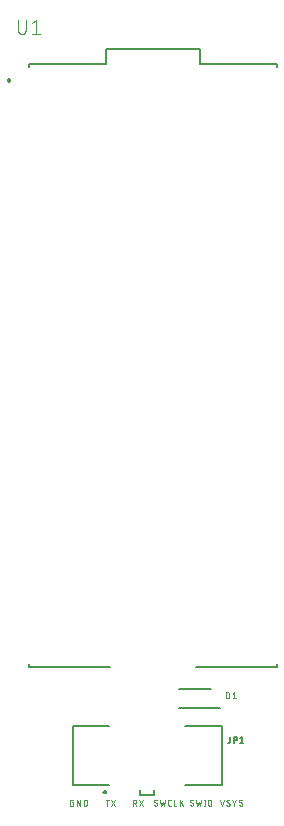
<source format=gto>
G04 EAGLE Gerber RS-274X export*
G75*
%MOMM*%
%FSLAX34Y34*%
%LPD*%
%INTop Silkscreen*%
%IPPOS*%
%AMOC8*
5,1,8,0,0,1.08239X$1,22.5*%
G01*
%ADD10C,0.101600*%
%ADD11C,0.203200*%
%ADD12C,0.127000*%
%ADD13C,0.200000*%


D10*
X183388Y127508D02*
X185081Y122428D01*
X186775Y127508D01*
X191796Y123557D02*
X191794Y123491D01*
X191788Y123426D01*
X191779Y123361D01*
X191766Y123297D01*
X191749Y123233D01*
X191728Y123171D01*
X191704Y123110D01*
X191676Y123050D01*
X191645Y122993D01*
X191610Y122937D01*
X191573Y122883D01*
X191532Y122831D01*
X191488Y122782D01*
X191442Y122736D01*
X191393Y122692D01*
X191341Y122651D01*
X191287Y122614D01*
X191232Y122579D01*
X191174Y122548D01*
X191114Y122520D01*
X191053Y122496D01*
X190991Y122475D01*
X190927Y122458D01*
X190863Y122445D01*
X190798Y122436D01*
X190733Y122430D01*
X190667Y122428D01*
X190573Y122430D01*
X190479Y122435D01*
X190385Y122445D01*
X190292Y122458D01*
X190199Y122474D01*
X190107Y122495D01*
X190016Y122518D01*
X189926Y122546D01*
X189837Y122577D01*
X189750Y122611D01*
X189664Y122649D01*
X189579Y122691D01*
X189496Y122735D01*
X189415Y122783D01*
X189336Y122834D01*
X189259Y122888D01*
X189184Y122945D01*
X189111Y123005D01*
X189041Y123068D01*
X188974Y123134D01*
X189115Y126379D02*
X189117Y126445D01*
X189123Y126510D01*
X189132Y126575D01*
X189145Y126639D01*
X189162Y126703D01*
X189183Y126765D01*
X189207Y126826D01*
X189235Y126886D01*
X189266Y126944D01*
X189301Y126999D01*
X189338Y127053D01*
X189379Y127105D01*
X189423Y127154D01*
X189469Y127200D01*
X189518Y127244D01*
X189570Y127285D01*
X189624Y127322D01*
X189680Y127357D01*
X189737Y127388D01*
X189797Y127416D01*
X189858Y127440D01*
X189920Y127461D01*
X189984Y127478D01*
X190048Y127491D01*
X190113Y127500D01*
X190178Y127506D01*
X190244Y127508D01*
X190335Y127506D01*
X190425Y127500D01*
X190516Y127490D01*
X190606Y127477D01*
X190695Y127459D01*
X190783Y127438D01*
X190870Y127413D01*
X190956Y127385D01*
X191041Y127352D01*
X191125Y127316D01*
X191206Y127277D01*
X191286Y127234D01*
X191364Y127187D01*
X191440Y127138D01*
X191514Y127085D01*
X189679Y125391D02*
X189623Y125426D01*
X189569Y125464D01*
X189517Y125506D01*
X189468Y125550D01*
X189422Y125597D01*
X189378Y125647D01*
X189337Y125699D01*
X189300Y125753D01*
X189265Y125810D01*
X189234Y125868D01*
X189206Y125928D01*
X189182Y125990D01*
X189161Y126053D01*
X189144Y126117D01*
X189131Y126182D01*
X189122Y126247D01*
X189116Y126313D01*
X189114Y126379D01*
X191231Y124545D02*
X191287Y124510D01*
X191341Y124472D01*
X191393Y124430D01*
X191442Y124386D01*
X191488Y124339D01*
X191532Y124289D01*
X191573Y124237D01*
X191610Y124183D01*
X191645Y124126D01*
X191676Y124068D01*
X191704Y124008D01*
X191728Y123946D01*
X191749Y123883D01*
X191766Y123819D01*
X191779Y123755D01*
X191788Y123689D01*
X191794Y123623D01*
X191796Y123557D01*
X191231Y124545D02*
X189679Y125391D01*
X193995Y127508D02*
X195688Y125109D01*
X197382Y127508D01*
X195688Y125109D02*
X195688Y122428D01*
X201274Y122428D02*
X201340Y122430D01*
X201405Y122436D01*
X201470Y122445D01*
X201534Y122458D01*
X201598Y122475D01*
X201660Y122496D01*
X201721Y122520D01*
X201781Y122548D01*
X201839Y122579D01*
X201894Y122614D01*
X201948Y122651D01*
X202000Y122692D01*
X202049Y122736D01*
X202095Y122782D01*
X202139Y122831D01*
X202180Y122883D01*
X202217Y122937D01*
X202252Y122993D01*
X202283Y123050D01*
X202311Y123110D01*
X202335Y123171D01*
X202356Y123233D01*
X202373Y123297D01*
X202386Y123361D01*
X202395Y123426D01*
X202401Y123491D01*
X202403Y123557D01*
X201274Y122428D02*
X201180Y122430D01*
X201086Y122435D01*
X200992Y122445D01*
X200899Y122458D01*
X200806Y122474D01*
X200714Y122495D01*
X200623Y122518D01*
X200533Y122546D01*
X200444Y122577D01*
X200357Y122611D01*
X200271Y122649D01*
X200186Y122691D01*
X200103Y122735D01*
X200022Y122783D01*
X199943Y122834D01*
X199866Y122888D01*
X199791Y122945D01*
X199718Y123005D01*
X199648Y123068D01*
X199581Y123134D01*
X199722Y126379D02*
X199724Y126445D01*
X199730Y126510D01*
X199739Y126575D01*
X199752Y126639D01*
X199769Y126703D01*
X199790Y126765D01*
X199814Y126826D01*
X199842Y126886D01*
X199873Y126944D01*
X199908Y126999D01*
X199945Y127053D01*
X199986Y127105D01*
X200030Y127154D01*
X200076Y127200D01*
X200125Y127244D01*
X200177Y127285D01*
X200231Y127322D01*
X200287Y127357D01*
X200344Y127388D01*
X200404Y127416D01*
X200465Y127440D01*
X200527Y127461D01*
X200591Y127478D01*
X200655Y127491D01*
X200720Y127500D01*
X200785Y127506D01*
X200851Y127508D01*
X200942Y127506D01*
X201032Y127500D01*
X201123Y127490D01*
X201213Y127477D01*
X201302Y127459D01*
X201390Y127438D01*
X201477Y127413D01*
X201563Y127385D01*
X201648Y127352D01*
X201732Y127316D01*
X201813Y127277D01*
X201893Y127234D01*
X201971Y127187D01*
X202047Y127138D01*
X202121Y127085D01*
X200286Y125391D02*
X200230Y125426D01*
X200176Y125464D01*
X200124Y125506D01*
X200075Y125550D01*
X200029Y125597D01*
X199985Y125647D01*
X199944Y125699D01*
X199907Y125753D01*
X199872Y125810D01*
X199841Y125868D01*
X199813Y125928D01*
X199789Y125990D01*
X199768Y126053D01*
X199751Y126117D01*
X199738Y126182D01*
X199729Y126247D01*
X199723Y126313D01*
X199721Y126379D01*
X201838Y124545D02*
X201894Y124510D01*
X201948Y124472D01*
X202000Y124430D01*
X202049Y124386D01*
X202095Y124339D01*
X202139Y124289D01*
X202180Y124237D01*
X202217Y124183D01*
X202252Y124126D01*
X202283Y124068D01*
X202311Y124008D01*
X202335Y123946D01*
X202356Y123883D01*
X202373Y123819D01*
X202386Y123755D01*
X202395Y123689D01*
X202401Y123623D01*
X202403Y123557D01*
X201838Y124545D02*
X200286Y125391D01*
X160810Y123557D02*
X160808Y123491D01*
X160802Y123426D01*
X160793Y123361D01*
X160780Y123297D01*
X160763Y123233D01*
X160742Y123171D01*
X160718Y123110D01*
X160690Y123050D01*
X160659Y122993D01*
X160624Y122937D01*
X160587Y122883D01*
X160546Y122831D01*
X160502Y122782D01*
X160456Y122736D01*
X160407Y122692D01*
X160355Y122651D01*
X160301Y122614D01*
X160246Y122579D01*
X160188Y122548D01*
X160128Y122520D01*
X160067Y122496D01*
X160005Y122475D01*
X159941Y122458D01*
X159877Y122445D01*
X159812Y122436D01*
X159747Y122430D01*
X159681Y122428D01*
X159587Y122430D01*
X159493Y122435D01*
X159399Y122445D01*
X159306Y122458D01*
X159213Y122474D01*
X159121Y122495D01*
X159030Y122518D01*
X158940Y122546D01*
X158851Y122577D01*
X158764Y122611D01*
X158678Y122649D01*
X158593Y122691D01*
X158510Y122735D01*
X158429Y122783D01*
X158350Y122834D01*
X158273Y122888D01*
X158198Y122945D01*
X158125Y123005D01*
X158055Y123068D01*
X157988Y123134D01*
X158129Y126379D02*
X158131Y126445D01*
X158137Y126510D01*
X158146Y126575D01*
X158159Y126639D01*
X158176Y126703D01*
X158197Y126765D01*
X158221Y126826D01*
X158249Y126886D01*
X158280Y126944D01*
X158315Y126999D01*
X158352Y127053D01*
X158393Y127105D01*
X158437Y127154D01*
X158483Y127200D01*
X158532Y127244D01*
X158584Y127285D01*
X158638Y127322D01*
X158694Y127357D01*
X158751Y127388D01*
X158811Y127416D01*
X158872Y127440D01*
X158934Y127461D01*
X158998Y127478D01*
X159062Y127491D01*
X159127Y127500D01*
X159192Y127506D01*
X159258Y127508D01*
X159349Y127506D01*
X159439Y127500D01*
X159530Y127490D01*
X159620Y127477D01*
X159709Y127459D01*
X159797Y127438D01*
X159884Y127413D01*
X159970Y127385D01*
X160055Y127352D01*
X160139Y127316D01*
X160220Y127277D01*
X160300Y127234D01*
X160378Y127187D01*
X160454Y127138D01*
X160528Y127085D01*
X158694Y125391D02*
X158638Y125426D01*
X158584Y125464D01*
X158532Y125506D01*
X158483Y125550D01*
X158437Y125597D01*
X158393Y125647D01*
X158352Y125699D01*
X158315Y125753D01*
X158280Y125810D01*
X158249Y125868D01*
X158221Y125928D01*
X158197Y125990D01*
X158176Y126053D01*
X158159Y126117D01*
X158146Y126182D01*
X158137Y126247D01*
X158131Y126313D01*
X158129Y126379D01*
X160246Y124545D02*
X160302Y124510D01*
X160356Y124472D01*
X160408Y124430D01*
X160457Y124386D01*
X160503Y124339D01*
X160547Y124289D01*
X160588Y124237D01*
X160625Y124183D01*
X160660Y124126D01*
X160691Y124068D01*
X160719Y124008D01*
X160743Y123946D01*
X160764Y123883D01*
X160781Y123819D01*
X160794Y123755D01*
X160803Y123689D01*
X160809Y123623D01*
X160811Y123557D01*
X160246Y124545D02*
X158694Y125391D01*
X163176Y127508D02*
X164305Y122428D01*
X165434Y125815D01*
X166563Y122428D01*
X167692Y127508D01*
X170555Y127508D02*
X170555Y122428D01*
X171119Y122428D02*
X169990Y122428D01*
X169990Y127508D02*
X171119Y127508D01*
X173533Y126097D02*
X173533Y123839D01*
X173533Y126097D02*
X173535Y126171D01*
X173541Y126244D01*
X173550Y126318D01*
X173564Y126390D01*
X173581Y126462D01*
X173602Y126533D01*
X173627Y126603D01*
X173655Y126671D01*
X173687Y126738D01*
X173722Y126803D01*
X173761Y126865D01*
X173802Y126926D01*
X173847Y126985D01*
X173895Y127041D01*
X173946Y127095D01*
X174000Y127146D01*
X174056Y127194D01*
X174115Y127239D01*
X174176Y127280D01*
X174239Y127319D01*
X174303Y127354D01*
X174370Y127386D01*
X174438Y127414D01*
X174508Y127439D01*
X174579Y127460D01*
X174651Y127477D01*
X174723Y127491D01*
X174797Y127500D01*
X174870Y127506D01*
X174944Y127508D01*
X175018Y127506D01*
X175091Y127500D01*
X175165Y127491D01*
X175237Y127477D01*
X175309Y127460D01*
X175380Y127439D01*
X175450Y127414D01*
X175518Y127386D01*
X175585Y127354D01*
X175650Y127319D01*
X175712Y127280D01*
X175773Y127239D01*
X175832Y127194D01*
X175888Y127146D01*
X175942Y127095D01*
X175993Y127041D01*
X176041Y126985D01*
X176086Y126926D01*
X176127Y126865D01*
X176166Y126803D01*
X176201Y126738D01*
X176233Y126671D01*
X176261Y126603D01*
X176286Y126533D01*
X176307Y126462D01*
X176324Y126390D01*
X176338Y126318D01*
X176347Y126244D01*
X176353Y126171D01*
X176355Y126097D01*
X176355Y123839D01*
X176353Y123765D01*
X176347Y123692D01*
X176338Y123618D01*
X176324Y123546D01*
X176307Y123474D01*
X176286Y123403D01*
X176261Y123333D01*
X176233Y123265D01*
X176201Y123198D01*
X176166Y123134D01*
X176127Y123071D01*
X176086Y123010D01*
X176041Y122951D01*
X175993Y122895D01*
X175942Y122841D01*
X175888Y122790D01*
X175832Y122742D01*
X175773Y122697D01*
X175712Y122656D01*
X175650Y122617D01*
X175585Y122582D01*
X175518Y122550D01*
X175450Y122522D01*
X175380Y122497D01*
X175309Y122476D01*
X175237Y122459D01*
X175165Y122445D01*
X175091Y122436D01*
X175018Y122430D01*
X174944Y122428D01*
X174870Y122430D01*
X174797Y122436D01*
X174723Y122445D01*
X174651Y122459D01*
X174579Y122476D01*
X174508Y122497D01*
X174438Y122522D01*
X174370Y122550D01*
X174303Y122582D01*
X174239Y122617D01*
X174176Y122656D01*
X174115Y122697D01*
X174056Y122742D01*
X174000Y122790D01*
X173946Y122841D01*
X173895Y122895D01*
X173847Y122951D01*
X173802Y123010D01*
X173761Y123071D01*
X173722Y123134D01*
X173687Y123198D01*
X173655Y123265D01*
X173627Y123333D01*
X173602Y123403D01*
X173581Y123474D01*
X173564Y123546D01*
X173550Y123618D01*
X173541Y123692D01*
X173535Y123765D01*
X173533Y123839D01*
X130330Y123557D02*
X130328Y123491D01*
X130322Y123426D01*
X130313Y123361D01*
X130300Y123297D01*
X130283Y123233D01*
X130262Y123171D01*
X130238Y123110D01*
X130210Y123050D01*
X130179Y122993D01*
X130144Y122937D01*
X130107Y122883D01*
X130066Y122831D01*
X130022Y122782D01*
X129976Y122736D01*
X129927Y122692D01*
X129875Y122651D01*
X129821Y122614D01*
X129766Y122579D01*
X129708Y122548D01*
X129648Y122520D01*
X129587Y122496D01*
X129525Y122475D01*
X129461Y122458D01*
X129397Y122445D01*
X129332Y122436D01*
X129267Y122430D01*
X129201Y122428D01*
X129107Y122430D01*
X129013Y122435D01*
X128919Y122445D01*
X128826Y122458D01*
X128733Y122474D01*
X128641Y122495D01*
X128550Y122518D01*
X128460Y122546D01*
X128371Y122577D01*
X128284Y122611D01*
X128198Y122649D01*
X128113Y122691D01*
X128030Y122735D01*
X127949Y122783D01*
X127870Y122834D01*
X127793Y122888D01*
X127718Y122945D01*
X127645Y123005D01*
X127575Y123068D01*
X127508Y123134D01*
X127649Y126379D02*
X127651Y126445D01*
X127657Y126510D01*
X127666Y126575D01*
X127679Y126639D01*
X127696Y126703D01*
X127717Y126765D01*
X127741Y126826D01*
X127769Y126886D01*
X127800Y126944D01*
X127835Y126999D01*
X127872Y127053D01*
X127913Y127105D01*
X127957Y127154D01*
X128003Y127200D01*
X128052Y127244D01*
X128104Y127285D01*
X128158Y127322D01*
X128214Y127357D01*
X128271Y127388D01*
X128331Y127416D01*
X128392Y127440D01*
X128454Y127461D01*
X128518Y127478D01*
X128582Y127491D01*
X128647Y127500D01*
X128712Y127506D01*
X128778Y127508D01*
X128869Y127506D01*
X128959Y127500D01*
X129050Y127490D01*
X129140Y127477D01*
X129229Y127459D01*
X129317Y127438D01*
X129404Y127413D01*
X129490Y127385D01*
X129575Y127352D01*
X129659Y127316D01*
X129740Y127277D01*
X129820Y127234D01*
X129898Y127187D01*
X129974Y127138D01*
X130048Y127085D01*
X128214Y125391D02*
X128158Y125426D01*
X128104Y125464D01*
X128052Y125506D01*
X128003Y125550D01*
X127957Y125597D01*
X127913Y125647D01*
X127872Y125699D01*
X127835Y125753D01*
X127800Y125810D01*
X127769Y125868D01*
X127741Y125928D01*
X127717Y125990D01*
X127696Y126053D01*
X127679Y126117D01*
X127666Y126182D01*
X127657Y126247D01*
X127651Y126313D01*
X127649Y126379D01*
X129766Y124545D02*
X129822Y124510D01*
X129876Y124472D01*
X129928Y124430D01*
X129977Y124386D01*
X130023Y124339D01*
X130067Y124289D01*
X130108Y124237D01*
X130145Y124183D01*
X130180Y124126D01*
X130211Y124068D01*
X130239Y124008D01*
X130263Y123946D01*
X130284Y123883D01*
X130301Y123819D01*
X130314Y123755D01*
X130323Y123689D01*
X130329Y123623D01*
X130331Y123557D01*
X129766Y124545D02*
X128214Y125391D01*
X132696Y127508D02*
X133825Y122428D01*
X134954Y125815D01*
X136083Y122428D01*
X137212Y127508D01*
X140865Y122428D02*
X141994Y122428D01*
X140865Y122428D02*
X140799Y122430D01*
X140734Y122436D01*
X140669Y122445D01*
X140605Y122458D01*
X140541Y122475D01*
X140479Y122496D01*
X140418Y122520D01*
X140358Y122548D01*
X140301Y122579D01*
X140245Y122614D01*
X140191Y122651D01*
X140139Y122692D01*
X140090Y122736D01*
X140044Y122782D01*
X140000Y122831D01*
X139959Y122883D01*
X139922Y122937D01*
X139887Y122993D01*
X139856Y123050D01*
X139828Y123110D01*
X139804Y123171D01*
X139783Y123233D01*
X139766Y123297D01*
X139753Y123361D01*
X139744Y123426D01*
X139738Y123491D01*
X139736Y123557D01*
X139736Y126379D01*
X139738Y126445D01*
X139744Y126510D01*
X139753Y126575D01*
X139766Y126639D01*
X139783Y126703D01*
X139804Y126765D01*
X139828Y126826D01*
X139856Y126886D01*
X139887Y126943D01*
X139922Y126999D01*
X139959Y127053D01*
X140000Y127105D01*
X140044Y127154D01*
X140090Y127200D01*
X140139Y127244D01*
X140191Y127285D01*
X140245Y127322D01*
X140300Y127357D01*
X140358Y127388D01*
X140418Y127416D01*
X140479Y127440D01*
X140541Y127461D01*
X140605Y127478D01*
X140669Y127491D01*
X140734Y127500D01*
X140799Y127506D01*
X140865Y127508D01*
X141994Y127508D01*
X144532Y127508D02*
X144532Y122428D01*
X146790Y122428D01*
X149396Y122428D02*
X149396Y127508D01*
X152218Y127508D02*
X149396Y124404D01*
X150525Y125532D02*
X152218Y122428D01*
X109728Y122428D02*
X109728Y127508D01*
X111139Y127508D01*
X111213Y127506D01*
X111286Y127500D01*
X111360Y127491D01*
X111432Y127477D01*
X111504Y127460D01*
X111575Y127439D01*
X111645Y127414D01*
X111713Y127386D01*
X111780Y127354D01*
X111844Y127319D01*
X111907Y127280D01*
X111968Y127239D01*
X112027Y127194D01*
X112083Y127146D01*
X112137Y127095D01*
X112188Y127041D01*
X112236Y126985D01*
X112281Y126926D01*
X112322Y126865D01*
X112361Y126803D01*
X112396Y126738D01*
X112428Y126671D01*
X112456Y126603D01*
X112481Y126533D01*
X112502Y126462D01*
X112519Y126390D01*
X112533Y126318D01*
X112542Y126244D01*
X112548Y126171D01*
X112550Y126097D01*
X112548Y126023D01*
X112542Y125950D01*
X112533Y125876D01*
X112519Y125804D01*
X112502Y125732D01*
X112481Y125661D01*
X112456Y125591D01*
X112428Y125523D01*
X112396Y125456D01*
X112361Y125392D01*
X112322Y125329D01*
X112281Y125268D01*
X112236Y125209D01*
X112188Y125153D01*
X112137Y125099D01*
X112083Y125048D01*
X112027Y125000D01*
X111968Y124955D01*
X111907Y124914D01*
X111845Y124875D01*
X111780Y124840D01*
X111713Y124808D01*
X111645Y124780D01*
X111575Y124755D01*
X111504Y124734D01*
X111432Y124717D01*
X111360Y124703D01*
X111286Y124694D01*
X111213Y124688D01*
X111139Y124686D01*
X109728Y124686D01*
X111421Y124686D02*
X112550Y122428D01*
X114878Y122428D02*
X118264Y127508D01*
X114878Y127508D02*
X118264Y122428D01*
X88279Y122428D02*
X88279Y127508D01*
X86868Y127508D02*
X89690Y127508D01*
X95093Y127508D02*
X91706Y122428D01*
X95093Y122428D02*
X91706Y127508D01*
X59210Y125250D02*
X58364Y125250D01*
X59210Y125250D02*
X59210Y122428D01*
X57517Y122428D01*
X57451Y122430D01*
X57386Y122436D01*
X57321Y122445D01*
X57257Y122458D01*
X57193Y122475D01*
X57131Y122496D01*
X57070Y122520D01*
X57010Y122548D01*
X56953Y122579D01*
X56897Y122614D01*
X56843Y122651D01*
X56791Y122692D01*
X56742Y122736D01*
X56696Y122782D01*
X56652Y122831D01*
X56611Y122883D01*
X56574Y122937D01*
X56539Y122993D01*
X56508Y123050D01*
X56480Y123110D01*
X56456Y123171D01*
X56435Y123233D01*
X56418Y123297D01*
X56405Y123361D01*
X56396Y123426D01*
X56390Y123491D01*
X56388Y123557D01*
X56388Y126379D01*
X56390Y126445D01*
X56396Y126510D01*
X56405Y126575D01*
X56418Y126639D01*
X56435Y126703D01*
X56456Y126765D01*
X56480Y126826D01*
X56508Y126886D01*
X56539Y126943D01*
X56574Y126999D01*
X56611Y127053D01*
X56652Y127105D01*
X56696Y127154D01*
X56742Y127200D01*
X56791Y127244D01*
X56843Y127285D01*
X56897Y127322D01*
X56952Y127357D01*
X57010Y127388D01*
X57070Y127416D01*
X57131Y127440D01*
X57193Y127461D01*
X57257Y127478D01*
X57321Y127491D01*
X57386Y127500D01*
X57451Y127506D01*
X57517Y127508D01*
X59210Y127508D01*
X62240Y127508D02*
X62240Y122428D01*
X65062Y122428D02*
X62240Y127508D01*
X65062Y127508D02*
X65062Y122428D01*
X68092Y122428D02*
X68092Y127508D01*
X69503Y127508D01*
X69577Y127506D01*
X69650Y127500D01*
X69724Y127491D01*
X69796Y127477D01*
X69868Y127460D01*
X69939Y127439D01*
X70009Y127414D01*
X70077Y127386D01*
X70144Y127354D01*
X70209Y127319D01*
X70271Y127280D01*
X70332Y127239D01*
X70391Y127194D01*
X70447Y127146D01*
X70501Y127095D01*
X70552Y127041D01*
X70600Y126985D01*
X70645Y126926D01*
X70686Y126865D01*
X70725Y126803D01*
X70760Y126738D01*
X70792Y126671D01*
X70820Y126603D01*
X70845Y126533D01*
X70866Y126462D01*
X70883Y126390D01*
X70897Y126318D01*
X70906Y126244D01*
X70912Y126171D01*
X70914Y126097D01*
X70915Y126097D02*
X70915Y123839D01*
X70914Y123839D02*
X70912Y123765D01*
X70906Y123692D01*
X70897Y123618D01*
X70883Y123546D01*
X70866Y123474D01*
X70845Y123403D01*
X70820Y123333D01*
X70792Y123265D01*
X70760Y123198D01*
X70725Y123133D01*
X70686Y123071D01*
X70645Y123010D01*
X70600Y122951D01*
X70552Y122895D01*
X70501Y122841D01*
X70447Y122790D01*
X70391Y122742D01*
X70332Y122697D01*
X70271Y122656D01*
X70208Y122617D01*
X70144Y122582D01*
X70077Y122550D01*
X70009Y122522D01*
X69939Y122497D01*
X69868Y122476D01*
X69796Y122459D01*
X69724Y122445D01*
X69650Y122436D01*
X69577Y122430D01*
X69503Y122428D01*
X68092Y122428D01*
D11*
X153920Y140100D02*
X184920Y140100D01*
X184920Y190100D01*
X153920Y190100D01*
X89920Y190100D02*
X58920Y190100D01*
X58920Y140100D01*
X89920Y140100D01*
X115920Y136100D02*
X115920Y131100D01*
X127920Y131100D01*
X127920Y136100D01*
X84920Y134100D02*
X84922Y134163D01*
X84928Y134225D01*
X84938Y134287D01*
X84951Y134349D01*
X84969Y134409D01*
X84990Y134468D01*
X85015Y134526D01*
X85044Y134582D01*
X85076Y134636D01*
X85111Y134688D01*
X85149Y134737D01*
X85191Y134785D01*
X85235Y134829D01*
X85283Y134871D01*
X85332Y134909D01*
X85384Y134944D01*
X85438Y134976D01*
X85494Y135005D01*
X85552Y135030D01*
X85611Y135051D01*
X85671Y135069D01*
X85733Y135082D01*
X85795Y135092D01*
X85857Y135098D01*
X85920Y135100D01*
X85983Y135098D01*
X86045Y135092D01*
X86107Y135082D01*
X86169Y135069D01*
X86229Y135051D01*
X86288Y135030D01*
X86346Y135005D01*
X86402Y134976D01*
X86456Y134944D01*
X86508Y134909D01*
X86557Y134871D01*
X86605Y134829D01*
X86649Y134785D01*
X86691Y134737D01*
X86729Y134688D01*
X86764Y134636D01*
X86796Y134582D01*
X86825Y134526D01*
X86850Y134468D01*
X86871Y134409D01*
X86889Y134349D01*
X86902Y134287D01*
X86912Y134225D01*
X86918Y134163D01*
X86920Y134100D01*
X86918Y134037D01*
X86912Y133975D01*
X86902Y133913D01*
X86889Y133851D01*
X86871Y133791D01*
X86850Y133732D01*
X86825Y133674D01*
X86796Y133618D01*
X86764Y133564D01*
X86729Y133512D01*
X86691Y133463D01*
X86649Y133415D01*
X86605Y133371D01*
X86557Y133329D01*
X86508Y133291D01*
X86456Y133256D01*
X86402Y133224D01*
X86346Y133195D01*
X86288Y133170D01*
X86229Y133149D01*
X86169Y133131D01*
X86107Y133118D01*
X86045Y133108D01*
X85983Y133102D01*
X85920Y133100D01*
X85857Y133102D01*
X85795Y133108D01*
X85733Y133118D01*
X85671Y133131D01*
X85611Y133149D01*
X85552Y133170D01*
X85494Y133195D01*
X85438Y133224D01*
X85384Y133256D01*
X85332Y133291D01*
X85283Y133329D01*
X85235Y133371D01*
X85191Y133415D01*
X85149Y133463D01*
X85111Y133512D01*
X85076Y133564D01*
X85044Y133618D01*
X85015Y133674D01*
X84990Y133732D01*
X84969Y133791D01*
X84951Y133851D01*
X84938Y133913D01*
X84928Y133975D01*
X84922Y134037D01*
X84920Y134100D01*
D12*
X22000Y747800D02*
X22000Y750300D01*
X22000Y242800D02*
X22000Y240300D01*
X232000Y747800D02*
X232000Y750300D01*
X232000Y242800D02*
X232000Y240300D01*
X90400Y240300D02*
X22000Y240300D01*
X163600Y240300D02*
X232000Y240300D01*
X87000Y750300D02*
X22000Y750300D01*
X87000Y750300D02*
X87000Y763300D01*
X167000Y763300D01*
X167000Y750300D01*
X232000Y750300D01*
D13*
X4100Y736600D02*
X4102Y736663D01*
X4108Y736725D01*
X4118Y736787D01*
X4131Y736849D01*
X4149Y736909D01*
X4170Y736968D01*
X4195Y737026D01*
X4224Y737082D01*
X4256Y737136D01*
X4291Y737188D01*
X4329Y737237D01*
X4371Y737285D01*
X4415Y737329D01*
X4463Y737371D01*
X4512Y737409D01*
X4564Y737444D01*
X4618Y737476D01*
X4674Y737505D01*
X4732Y737530D01*
X4791Y737551D01*
X4851Y737569D01*
X4913Y737582D01*
X4975Y737592D01*
X5037Y737598D01*
X5100Y737600D01*
X5163Y737598D01*
X5225Y737592D01*
X5287Y737582D01*
X5349Y737569D01*
X5409Y737551D01*
X5468Y737530D01*
X5526Y737505D01*
X5582Y737476D01*
X5636Y737444D01*
X5688Y737409D01*
X5737Y737371D01*
X5785Y737329D01*
X5829Y737285D01*
X5871Y737237D01*
X5909Y737188D01*
X5944Y737136D01*
X5976Y737082D01*
X6005Y737026D01*
X6030Y736968D01*
X6051Y736909D01*
X6069Y736849D01*
X6082Y736787D01*
X6092Y736725D01*
X6098Y736663D01*
X6100Y736600D01*
X6098Y736537D01*
X6092Y736475D01*
X6082Y736413D01*
X6069Y736351D01*
X6051Y736291D01*
X6030Y736232D01*
X6005Y736174D01*
X5976Y736118D01*
X5944Y736064D01*
X5909Y736012D01*
X5871Y735963D01*
X5829Y735915D01*
X5785Y735871D01*
X5737Y735829D01*
X5688Y735791D01*
X5636Y735756D01*
X5582Y735724D01*
X5526Y735695D01*
X5468Y735670D01*
X5409Y735649D01*
X5349Y735631D01*
X5287Y735618D01*
X5225Y735608D01*
X5163Y735602D01*
X5100Y735600D01*
X5037Y735602D01*
X4975Y735608D01*
X4913Y735618D01*
X4851Y735631D01*
X4791Y735649D01*
X4732Y735670D01*
X4674Y735695D01*
X4618Y735724D01*
X4564Y735756D01*
X4512Y735791D01*
X4463Y735829D01*
X4415Y735871D01*
X4371Y735915D01*
X4329Y735963D01*
X4291Y736012D01*
X4256Y736064D01*
X4224Y736118D01*
X4195Y736174D01*
X4170Y736232D01*
X4149Y736291D01*
X4131Y736351D01*
X4118Y736413D01*
X4108Y736475D01*
X4102Y736537D01*
X4100Y736600D01*
D10*
X12508Y779054D02*
X12508Y787492D01*
X12508Y779054D02*
X12510Y778941D01*
X12516Y778828D01*
X12526Y778715D01*
X12540Y778602D01*
X12557Y778490D01*
X12579Y778379D01*
X12604Y778269D01*
X12634Y778159D01*
X12667Y778051D01*
X12704Y777944D01*
X12744Y777838D01*
X12789Y777734D01*
X12837Y777631D01*
X12888Y777530D01*
X12943Y777431D01*
X13001Y777334D01*
X13063Y777239D01*
X13128Y777146D01*
X13196Y777056D01*
X13267Y776968D01*
X13342Y776882D01*
X13419Y776799D01*
X13499Y776719D01*
X13582Y776642D01*
X13668Y776567D01*
X13756Y776496D01*
X13846Y776428D01*
X13939Y776363D01*
X14034Y776301D01*
X14131Y776243D01*
X14230Y776188D01*
X14331Y776137D01*
X14434Y776089D01*
X14538Y776044D01*
X14644Y776004D01*
X14751Y775967D01*
X14859Y775934D01*
X14969Y775904D01*
X15079Y775879D01*
X15190Y775857D01*
X15302Y775840D01*
X15415Y775826D01*
X15528Y775816D01*
X15641Y775810D01*
X15754Y775808D01*
X15867Y775810D01*
X15980Y775816D01*
X16093Y775826D01*
X16206Y775840D01*
X16318Y775857D01*
X16429Y775879D01*
X16539Y775904D01*
X16649Y775934D01*
X16757Y775967D01*
X16864Y776004D01*
X16970Y776044D01*
X17074Y776089D01*
X17177Y776137D01*
X17278Y776188D01*
X17377Y776243D01*
X17474Y776301D01*
X17569Y776363D01*
X17662Y776428D01*
X17752Y776496D01*
X17840Y776567D01*
X17926Y776642D01*
X18009Y776719D01*
X18089Y776799D01*
X18166Y776882D01*
X18241Y776968D01*
X18312Y777056D01*
X18380Y777146D01*
X18445Y777239D01*
X18507Y777334D01*
X18565Y777431D01*
X18620Y777530D01*
X18671Y777631D01*
X18719Y777734D01*
X18764Y777838D01*
X18804Y777944D01*
X18841Y778051D01*
X18874Y778159D01*
X18904Y778269D01*
X18929Y778379D01*
X18951Y778490D01*
X18968Y778602D01*
X18982Y778715D01*
X18992Y778828D01*
X18998Y778941D01*
X19000Y779054D01*
X18999Y779054D02*
X18999Y787492D01*
X24319Y784896D02*
X27565Y787492D01*
X27565Y775808D01*
X30810Y775808D02*
X24319Y775808D01*
D13*
X149060Y205110D02*
X183760Y205110D01*
X176060Y221610D02*
X149060Y221610D01*
D10*
X188794Y218440D02*
X188794Y213360D01*
X188794Y218440D02*
X190205Y218440D01*
X190279Y218438D01*
X190352Y218432D01*
X190426Y218423D01*
X190498Y218409D01*
X190570Y218392D01*
X190641Y218371D01*
X190711Y218346D01*
X190779Y218318D01*
X190846Y218286D01*
X190911Y218251D01*
X190973Y218212D01*
X191034Y218171D01*
X191093Y218126D01*
X191149Y218078D01*
X191203Y218027D01*
X191254Y217973D01*
X191302Y217917D01*
X191347Y217858D01*
X191388Y217797D01*
X191427Y217735D01*
X191462Y217670D01*
X191494Y217603D01*
X191522Y217535D01*
X191547Y217465D01*
X191568Y217394D01*
X191585Y217322D01*
X191599Y217250D01*
X191608Y217176D01*
X191614Y217103D01*
X191616Y217029D01*
X191616Y214771D01*
X191614Y214697D01*
X191608Y214624D01*
X191599Y214550D01*
X191585Y214478D01*
X191568Y214406D01*
X191547Y214335D01*
X191522Y214265D01*
X191494Y214197D01*
X191462Y214130D01*
X191427Y214065D01*
X191388Y214003D01*
X191347Y213942D01*
X191302Y213883D01*
X191254Y213827D01*
X191203Y213773D01*
X191149Y213722D01*
X191093Y213674D01*
X191034Y213629D01*
X190973Y213588D01*
X190910Y213549D01*
X190846Y213514D01*
X190779Y213482D01*
X190711Y213454D01*
X190641Y213429D01*
X190570Y213408D01*
X190498Y213391D01*
X190426Y213377D01*
X190352Y213368D01*
X190279Y213362D01*
X190205Y213360D01*
X188794Y213360D01*
X194464Y217311D02*
X195875Y218440D01*
X195875Y213360D01*
X194464Y213360D02*
X197286Y213360D01*
D12*
X192097Y180721D02*
X192097Y176967D01*
X192096Y176967D02*
X192094Y176902D01*
X192088Y176838D01*
X192078Y176774D01*
X192065Y176710D01*
X192047Y176648D01*
X192026Y176587D01*
X192002Y176527D01*
X191973Y176469D01*
X191941Y176412D01*
X191906Y176358D01*
X191868Y176306D01*
X191826Y176256D01*
X191782Y176209D01*
X191735Y176165D01*
X191685Y176123D01*
X191633Y176085D01*
X191579Y176050D01*
X191522Y176018D01*
X191464Y175989D01*
X191404Y175965D01*
X191343Y175944D01*
X191281Y175926D01*
X191217Y175913D01*
X191153Y175903D01*
X191089Y175897D01*
X191024Y175895D01*
X190488Y175895D01*
X195374Y175895D02*
X195374Y180721D01*
X196714Y180721D01*
X196785Y180719D01*
X196857Y180713D01*
X196927Y180704D01*
X196997Y180691D01*
X197067Y180674D01*
X197135Y180653D01*
X197202Y180629D01*
X197268Y180601D01*
X197332Y180570D01*
X197395Y180535D01*
X197455Y180497D01*
X197514Y180456D01*
X197570Y180412D01*
X197624Y180365D01*
X197675Y180316D01*
X197723Y180263D01*
X197769Y180208D01*
X197811Y180151D01*
X197851Y180091D01*
X197887Y180030D01*
X197920Y179966D01*
X197949Y179901D01*
X197975Y179835D01*
X197998Y179767D01*
X198017Y179698D01*
X198032Y179628D01*
X198043Y179558D01*
X198051Y179487D01*
X198055Y179416D01*
X198055Y179344D01*
X198051Y179273D01*
X198043Y179202D01*
X198032Y179132D01*
X198017Y179062D01*
X197998Y178993D01*
X197975Y178925D01*
X197949Y178859D01*
X197920Y178794D01*
X197887Y178730D01*
X197851Y178669D01*
X197811Y178609D01*
X197769Y178552D01*
X197723Y178497D01*
X197675Y178444D01*
X197624Y178395D01*
X197570Y178348D01*
X197514Y178304D01*
X197455Y178263D01*
X197395Y178225D01*
X197332Y178190D01*
X197268Y178159D01*
X197202Y178131D01*
X197135Y178107D01*
X197067Y178086D01*
X196997Y178069D01*
X196927Y178056D01*
X196857Y178047D01*
X196785Y178041D01*
X196714Y178039D01*
X196714Y178040D02*
X195374Y178040D01*
X200531Y179649D02*
X201871Y180721D01*
X201871Y175895D01*
X200531Y175895D02*
X203212Y175895D01*
M02*

</source>
